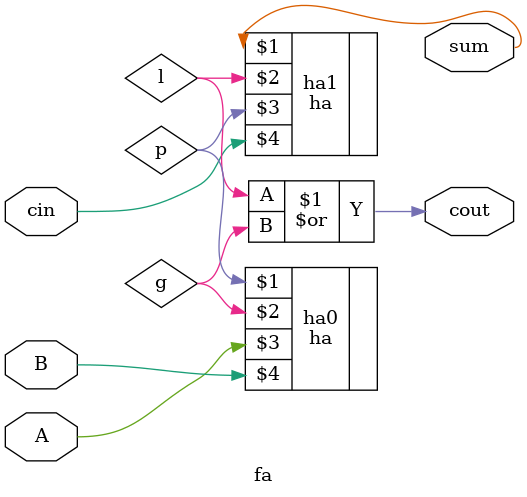
<source format=v>
module fa(
    output sum,
    output cout,
    input A,
    input B,
    input cin
);
    wire p, g, l;
    ha ha0(p, g, A, B);
    ha ha1(sum, l, p, cin);
    assign cout = l | g;
endmodule
</source>
